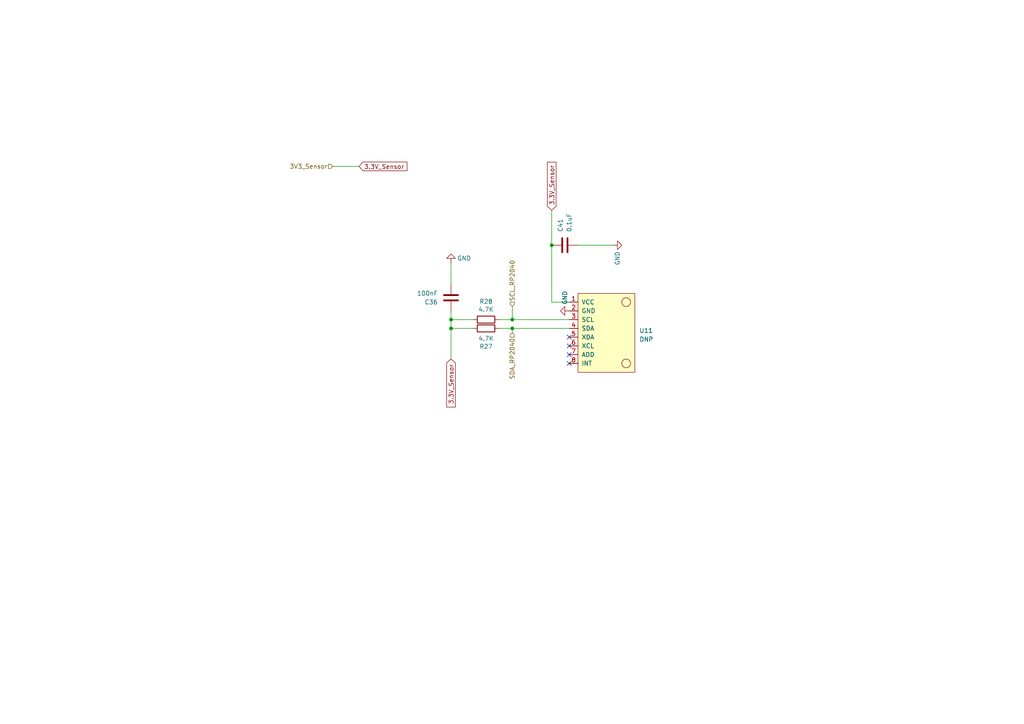
<source format=kicad_sch>
(kicad_sch (version 20231120) (generator "eeschema") (generator_version "8.0")
  (paper "A4")
  (lib_symbols
    (symbol "Device:C" (pin_numbers hide) (pin_names (offset 0.254))
      (property "Reference" "C" (at 0.635 2.54 0))
      (property "Value" "C" (at 0.635 -2.54 0))
      (symbol "C_0_1"
        (polyline (pts (xy -2.032 -0.762) (xy 2.032 -0.762)) (stroke (width 0.508)))
        (polyline (pts (xy -2.032 0.762) (xy 2.032 0.762)) (stroke (width 0.508)))
      )
      (symbol "C_1_1"
        (pin passive line (at 0 3.81 270) (length 2.794) (name "~") (number "1"))
        (pin passive line (at 0 -3.81 90) (length 2.794) (name "~") (number "2"))
      )
    )
    (symbol "Device:R" (pin_numbers hide) (pin_names (offset 0))
      (property "Reference" "R" (at 2.032 0 90))
      (property "Value" "R" (at 0 0 90))
      (symbol "R_0_1"
        (rectangle (start -1.016 -2.54) (end 1.016 2.54) (stroke (width 0.254)))
      )
      (symbol "R_1_1"
        (pin passive line (at 0 3.81 270) (length 1.27) (name "~") (number "1"))
        (pin passive line (at 0 -3.81 90) (length 1.27) (name "~") (number "2"))
      )
    )
    (symbol "Sensor Modules:module_mpu6050" (pin_names (offset 1.016))
      (property "Reference" "U" (at 2.54 21.59 0))
      (property "Value" "module_mpu6050" (at 11.43 -3.81 0))
      (symbol "module_mpu6050_0_1"
        (rectangle (start 2.54 20.32) (end 19.05 -2.54) (fill (type background)))
        (circle (center 16.51 0) (radius 1.27))
        (circle (center 16.51 17.78) (radius 1.27))
      )
      (symbol "module_mpu6050_1_1"
        (pin input line (at 0 17.78 0) (length 2.54) (name "VCC") (number "1"))
        (pin input line (at 0 15.24 0) (length 2.54) (name "GND") (number "2"))
        (pin input line (at 0 12.7 0) (length 2.54) (name "SCL") (number "3"))
        (pin input line (at 0 10.16 0) (length 2.54) (name "SDA") (number "4"))
        (pin input line (at 0 7.62 0) (length 2.54) (name "XDA") (number "5"))
        (pin input line (at 0 5.08 0) (length 2.54) (name "XCL") (number "6"))
        (pin input line (at 0 2.54 0) (length 2.54) (name "ADD") (number "7"))
        (pin input line (at 0 0 0) (length 2.54) (name "INT") (number "8"))
      )
    )
    (symbol "power:GND" (power) (pin_names (offset 0))
      (property "Value" "GND" (at 0 -3.81 0))
      (symbol "GND_0_1"
        (polyline (pts (xy 0 0) (xy 0 -1.27) (xy 1.27 -1.27) (xy 0 -2.54) (xy -1.27 -1.27) (xy 0 -1.27)))
      )
      (symbol "GND_1_1"
        (pin power_in line (at 0 0 270) (length 0) hide (name "GND") (number "1"))
      )
    )
  )
  (junction (at 148.59 92.71))
  (junction (at 148.59 95.25))
  (junction (at 130.81 95.25))
  (junction (at 130.81 92.71))
  (junction (at 160.02 71.12))
  (no_connect (at 165.1 102.87))
  (no_connect (at 165.1 105.41))
  (no_connect (at 165.1 97.79))
  (no_connect (at 165.1 100.33))
  (wire (pts (xy 130.81 104.14) (xy 130.81 95.25)))
  (wire (pts (xy 148.59 96.52) (xy 148.59 95.25)))
  (wire (pts (xy 130.81 92.71) (xy 130.81 90.17)))
  (wire (pts (xy 177.8 71.12) (xy 167.64 71.12)))
  (wire (pts (xy 137.16 92.71) (xy 130.81 92.71)))
  (wire (pts (xy 148.59 92.71) (xy 165.1 92.71)))
  (wire (pts (xy 130.81 82.55) (xy 130.81 76.2)))
  (wire (pts (xy 160.02 87.63) (xy 160.02 71.12)))
  (wire (pts (xy 160.02 71.12) (xy 160.02 60.96)))
  (wire (pts (xy 130.81 95.25) (xy 130.81 92.71)))
  (wire (pts (xy 96.52 48.26) (xy 104.14 48.26)))
  (wire (pts (xy 144.78 92.71) (xy 148.59 92.71)))
  (wire (pts (xy 137.16 95.25) (xy 130.81 95.25)))
  (wire (pts (xy 160.02 87.63) (xy 165.1 87.63)))
  (wire (pts (xy 148.59 95.25) (xy 165.1 95.25)))
  (wire (pts (xy 144.78 95.25) (xy 148.59 95.25)))
  (wire (pts (xy 148.59 92.71) (xy 148.59 88.9)))
  (global_label "3.3V_Sensor" (shape input) (at 160.02 60.96 90) (property "Intersheetrefs" "${INTERSHEET_REFS}" (effects (hide yes))))
  (global_label "3.3V_Sensor" (shape input) (at 104.14 48.26 0) (property "Intersheetrefs" "${INTERSHEET_REFS}" (effects (hide yes))))
  (global_label "3.3V_Sensor" (shape input) (at 130.81 104.14 270) (property "Intersheetrefs" "${INTERSHEET_REFS}" (effects (hide yes))))
  (hierarchical_label "SDA_RP2040" (shape input) (at 148.59 96.52 270))
  (hierarchical_label "SCL_RP2040" (shape input) (at 148.59 88.9 90))
  (hierarchical_label "3V3_Sensor" (shape input) (at 96.52 48.26 180))
  (symbol (lib_id "Device:C") (at 130.81 86.36 180) (unit 1)
    (property "Reference" "C36" (at 127 87.6301 0) (effects (justify left)))
    (property "Value" "100nF" (at 127 85.0901 0) (effects (justify left)))
    (property "Footprint" "Capacitor_SMD:C_0603_1608Metric" (effects (hide yes)))
    (property "MPN" "0603B104K500NT" (effects (hide yes)))
  )
  (symbol (lib_id "Sensor Modules:module_mpu6050") (at 165.1 105.41 0) (unit 1)
    (property "Reference" "U11" (at 185.42 95.885 0) (effects (justify left)))
    (property "Value" "DNP" (at 185.42 98.425 0) (effects (justify left)))
    (property "Footprint" "SensorModules:module_mpu6050" (effects (hide yes)))
  )
  (symbol (lib_id "power:GND") (at 165.1 90.17 270) (unit 1)
    (property "Reference" "#PWR032" (effects (hide yes)))
    (property "Value" "GND" (at 163.83 86.36 0))
  )
  (symbol (lib_id "power:GND") (at 130.81 76.2 180) (unit 1)
    (property "Reference" "#PWR0168" (effects (hide yes)))
    (property "Value" "GND" (at 134.62 74.93 0))
  )
  (symbol (lib_id "Device:R") (at 140.97 92.71 270) (unit 1)
    (property "Reference" "R28" (at 140.97 87.4522 90))
    (property "Value" "4.7K" (at 140.97 89.7636 90))
    (property "Footprint" "Resistor_SMD:R_0603_1608Metric" (effects (hide yes)))
    (property "MPN" "0603WAF270JT5E" (effects (hide yes)))
  )
  (symbol (lib_id "Device:R") (at 140.97 95.25 90) (unit 1)
    (property "Reference" "R27" (at 140.97 100.5078 90))
    (property "Value" "4.7K" (at 140.97 98.1964 90))
    (property "Footprint" "Resistor_SMD:R_0603_1608Metric" (effects (hide yes)))
    (property "MPN" "0603WAF270JT5E" (effects (hide yes)))
  )
  (symbol (lib_id "power:GND") (at 177.8 71.12 90) (unit 1)
    (property "Reference" "#PWR0169" (effects (hide yes)))
    (property "Value" "GND" (at 179.07 74.93 0))
  )
  (symbol (lib_id "Device:C") (at 163.83 71.12 90) (unit 1)
    (property "Reference" "C41" (at 162.5599 67.31 0) (effects (justify left)))
    (property "Value" "0.1uF" (at 165.0999 67.31 0) (effects (justify left)))
    (property "Footprint" "Capacitor_SMD:C_0603_1608Metric" (effects (hide yes)))
  )
)
</source>
